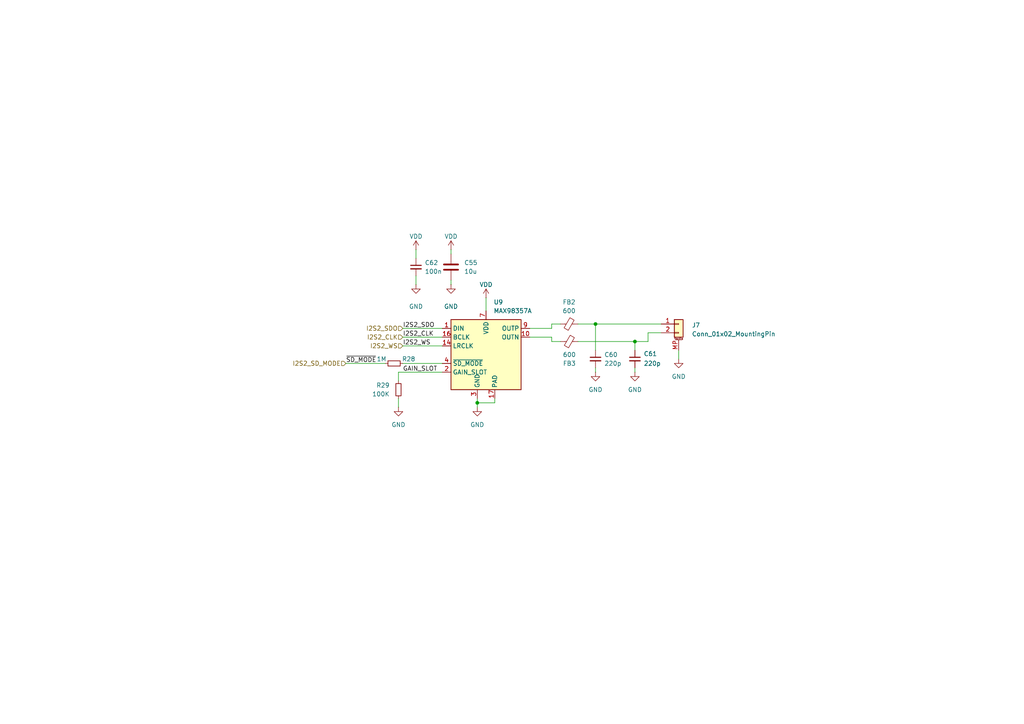
<source format=kicad_sch>
(kicad_sch (version 20231120) (generator "eeschema") (generator_version "8.0")
  (paper "A4")
  (lib_symbols
    (symbol "Audio:MAX98357A"
      (property "Reference" "U" (at -8.89 11.43 0))
      (property "Value" "MAX98357A" (at 10.16 11.43 0))
      (symbol "MAX98357A_1_1"
        (rectangle (start -10.16 10.16) (end 10.16 -10.16) (stroke (width 0.254)) (fill (type background)))
        (pin input line (at -12.7 7.62 0) (length 2.54) (name "DIN") (number "1"))
        (pin output line (at 12.7 5.08 180) (length 2.54) (name "OUTN") (number "10"))
        (pin passive line (at -2.54 -12.7 90) (length 2.54) hide (name "GND") (number "11"))
        (pin no_connect line (at 10.16 -5.08 180) (length 2.54) hide (name "NC") (number "12"))
        (pin no_connect line (at 10.16 -7.62 180) (length 2.54) hide (name "NC") (number "13"))
        (pin input line (at -12.7 2.54 0) (length 2.54) (name "LRCLK") (number "14"))
        (pin passive line (at -2.54 -12.7 90) (length 2.54) hide (name "GND") (number "15"))
        (pin input line (at -12.7 5.08 0) (length 2.54) (name "BCLK") (number "16"))
        (pin unspecified line (at 2.54 -12.7 90) (length 2.54) (name "PAD") (number "17"))
        (pin passive line (at -12.7 -5.08 0) (length 2.54) (name "GAIN_SLOT") (number "2"))
        (pin power_in line (at -2.54 -12.7 90) (length 2.54) (name "GND") (number "3"))
        (pin input line (at -12.7 -2.54 0) (length 2.54) (name "~{SD_MODE}") (number "4"))
        (pin no_connect line (at 10.16 2.54 180) (length 2.54) hide (name "NC") (number "5"))
        (pin no_connect line (at 10.16 0 180) (length 2.54) hide (name "NC") (number "6"))
        (pin power_in line (at 0 12.7 270) (length 2.54) (name "VDD") (number "7"))
        (pin passive line (at 0 12.7 270) (length 2.54) hide (name "VDD") (number "8"))
        (pin output line (at 12.7 7.62 180) (length 2.54) (name "OUTP") (number "9"))
      )
    )
    (symbol "Connector_Generic_MountingPin:Conn_01x02_MountingPin" (pin_names (offset 1.016) hide)
      (property "Reference" "J" (at 0 2.54 0))
      (property "Value" "Conn_01x02_MountingPin" (at 1.27 -5.08 0))
      (symbol "Conn_01x02_MountingPin_1_1"
        (rectangle (start -1.27 -2.413) (end 0 -2.667) (stroke (width 0.1524)))
        (rectangle (start -1.27 0.127) (end 0 -0.127) (stroke (width 0.1524)))
        (rectangle (start -1.27 1.27) (end 1.27 -3.81) (stroke (width 0.254)) (fill (type background)))
        (polyline (pts (xy -1.016 -4.572) (xy 1.016 -4.572)) (stroke (width 0.1524)))
        (text "Mounting" (at 0 -4.191 0) (effects (font (size 0.381 0.381))))
        (pin passive line (at -5.08 0 0) (length 3.81) (name "Pin_1") (number "1"))
        (pin passive line (at -5.08 -2.54 0) (length 3.81) (name "Pin_2") (number "2"))
        (pin passive line (at 0 -7.62 90) (length 3.048) (name "MountPin") (number "MP"))
      )
    )
    (symbol "Device:C" (pin_numbers hide) (pin_names (offset 0.254))
      (property "Reference" "C" (at 0.635 2.54 0))
      (property "Value" "C" (at 0.635 -2.54 0))
      (symbol "C_0_1"
        (polyline (pts (xy -2.032 -0.762) (xy 2.032 -0.762)) (stroke (width 0.508)))
        (polyline (pts (xy -2.032 0.762) (xy 2.032 0.762)) (stroke (width 0.508)))
      )
      (symbol "C_1_1"
        (pin passive line (at 0 3.81 270) (length 2.794) (name "~") (number "1"))
        (pin passive line (at 0 -3.81 90) (length 2.794) (name "~") (number "2"))
      )
    )
    (symbol "Device:C_Small" (pin_numbers hide) (pin_names (offset 0.254) hide)
      (property "Reference" "C" (at 0.254 1.778 0))
      (property "Value" "C_Small" (at 0.254 -2.032 0))
      (symbol "C_Small_0_1"
        (polyline (pts (xy -1.524 -0.508) (xy 1.524 -0.508)) (stroke (width 0.3302)))
        (polyline (pts (xy -1.524 0.508) (xy 1.524 0.508)) (stroke (width 0.3048)))
      )
      (symbol "C_Small_1_1"
        (pin passive line (at 0 2.54 270) (length 2.032) (name "~") (number "1"))
        (pin passive line (at 0 -2.54 90) (length 2.032) (name "~") (number "2"))
      )
    )
    (symbol "Device:FerriteBead_Small" (pin_numbers hide) (pin_names (offset 0))
      (property "Reference" "FB" (at 1.905 1.27 0))
      (property "Value" "FerriteBead_Small" (at 1.905 -1.27 0))
      (symbol "FerriteBead_Small_0_1"
        (polyline (pts (xy 0 -1.27) (xy 0 -0.7874)))
        (polyline (pts (xy 0 0.889) (xy 0 1.2954)))
        (polyline (pts (xy -1.8288 0.2794) (xy -1.1176 1.4986) (xy 1.8288 -0.2032) (xy 1.1176 -1.4224) (xy -1.8288 0.2794)))
      )
      (symbol "FerriteBead_Small_1_1"
        (pin passive line (at 0 2.54 270) (length 1.27) (name "~") (number "1"))
        (pin passive line (at 0 -2.54 90) (length 1.27) (name "~") (number "2"))
      )
    )
    (symbol "Device:R_Small" (pin_numbers hide) (pin_names (offset 0.254) hide)
      (property "Reference" "R" (at 0.762 0.508 0))
      (property "Value" "R_Small" (at 0.762 -1.016 0))
      (symbol "R_Small_0_1"
        (rectangle (start -0.762 1.778) (end 0.762 -1.778) (stroke (width 0.2032)))
      )
      (symbol "R_Small_1_1"
        (pin passive line (at 0 2.54 270) (length 0.762) (name "~") (number "1"))
        (pin passive line (at 0 -2.54 90) (length 0.762) (name "~") (number "2"))
      )
    )
    (symbol "power:GND" (power) (pin_numbers hide) (pin_names (offset 0) hide)
      (property "Value" "GND" (at 0 -3.81 0))
      (symbol "GND_0_1"
        (polyline (pts (xy 0 0) (xy 0 -1.27) (xy 1.27 -1.27) (xy 0 -2.54) (xy -1.27 -1.27) (xy 0 -1.27)))
      )
      (symbol "GND_1_1"
        (pin power_in line (at 0 0 270) (length 0) (name "~") (number "1"))
      )
    )
    (symbol "power:VDD" (power) (pin_numbers hide) (pin_names (offset 0) hide)
      (property "Value" "VDD" (at 0 3.556 0))
      (symbol "VDD_0_1"
        (polyline (pts (xy -0.762 1.27) (xy 0 2.54)))
        (polyline (pts (xy 0 0) (xy 0 2.54)))
        (polyline (pts (xy 0 2.54) (xy 0.762 1.27)))
      )
      (symbol "VDD_1_1"
        (pin power_in line (at 0 0 90) (length 0) (name "~") (number "1"))
      )
    )
  )
  (junction (at 172.72 93.98))
  (junction (at 184.15 99.06))
  (junction (at 138.43 116.84))
  (wire (pts (xy 172.72 107.95) (xy 172.72 106.68)))
  (wire (pts (xy 115.57 110.49) (xy 115.57 107.95)))
  (wire (pts (xy 143.51 116.84) (xy 138.43 116.84)))
  (wire (pts (xy 191.77 93.98) (xy 172.72 93.98)))
  (wire (pts (xy 160.02 95.25) (xy 153.67 95.25)))
  (wire (pts (xy 184.15 99.06) (xy 184.15 101.6)))
  (wire (pts (xy 184.15 99.06) (xy 187.96 99.06)))
  (wire (pts (xy 115.57 118.11) (xy 115.57 115.57)))
  (wire (pts (xy 184.15 107.95) (xy 184.15 106.68)))
  (wire (pts (xy 140.97 86.36) (xy 140.97 90.17)))
  (wire (pts (xy 116.84 97.79) (xy 128.27 97.79)))
  (wire (pts (xy 160.02 97.79) (xy 160.02 99.06)))
  (wire (pts (xy 120.65 82.55) (xy 120.65 80.01)))
  (wire (pts (xy 160.02 97.79) (xy 153.67 97.79)))
  (wire (pts (xy 187.96 96.52) (xy 191.77 96.52)))
  (wire (pts (xy 115.57 107.95) (xy 128.27 107.95)))
  (wire (pts (xy 120.65 72.39) (xy 120.65 74.93)))
  (wire (pts (xy 172.72 93.98) (xy 167.64 93.98)))
  (wire (pts (xy 116.84 95.25) (xy 128.27 95.25)))
  (wire (pts (xy 130.81 82.55) (xy 130.81 81.28)))
  (wire (pts (xy 167.64 99.06) (xy 184.15 99.06)))
  (wire (pts (xy 160.02 99.06) (xy 162.56 99.06)))
  (wire (pts (xy 187.96 99.06) (xy 187.96 96.52)))
  (wire (pts (xy 160.02 93.98) (xy 160.02 95.25)))
  (wire (pts (xy 138.43 118.11) (xy 138.43 116.84)))
  (wire (pts (xy 116.84 105.41) (xy 128.27 105.41)))
  (wire (pts (xy 172.72 93.98) (xy 172.72 101.6)))
  (wire (pts (xy 100.33 105.41) (xy 111.76 105.41)))
  (wire (pts (xy 196.85 104.14) (xy 196.85 101.6)))
  (wire (pts (xy 116.84 100.33) (xy 128.27 100.33)))
  (wire (pts (xy 138.43 116.84) (xy 138.43 115.57)))
  (wire (pts (xy 160.02 93.98) (xy 162.56 93.98)))
  (wire (pts (xy 143.51 115.57) (xy 143.51 116.84)))
  (wire (pts (xy 130.81 72.39) (xy 130.81 73.66)))
  (label "I2S2_WS" (at 116.84 100.33 0))
  (label "I2S2_CLK" (at 116.84 97.79 0))
  (label "GAIN_SLOT" (at 116.84 107.95 0))
  (label "I2S2_SDO" (at 116.84 95.25 0))
  (label "~{SD_MODE}" (at 100.33 105.41 0))
  (hierarchical_label "I2S2_SD_MODE" (shape input) (at 100.33 105.41 180))
  (hierarchical_label "I2S2_WS" (shape input) (at 116.84 100.33 180))
  (hierarchical_label "I2S2_CLK" (shape input) (at 116.84 97.79 180))
  (hierarchical_label "I2S2_SDO" (shape input) (at 116.84 95.25 180))
  (symbol (lib_id "power:GND") (at 196.85 104.14 0) (mirror y) (unit 1)
    (property "Reference" "#PWR0117" (effects (hide yes)))
    (property "Value" "GND" (at 196.85 109.22 0))
    (property "Description" "Power symbol creates a global label with name \"GND\" , ground" (effects (hide yes)))
  )
  (symbol (lib_id "Device:C_Small") (at 172.72 104.14 0) (unit 1)
    (property "Reference" "C60" (at 175.26 102.8762 0) (effects (justify left)))
    (property "Value" "220p" (at 175.26 105.4162 0) (effects (justify left)))
    (property "Footprint" "Capacitor_SMD:C_0805_2012Metric" (effects (hide yes)))
    (property "Description" "Unpolarized capacitor, small symbol" (effects (hide yes)))
    (property "JLCPCB Part #" "C107145" (effects (hide yes)))
  )
  (symbol (lib_id "Audio:MAX98357A") (at 140.97 102.87 0) (unit 1)
    (property "Reference" "U9" (at 143.1641 87.63 0) (effects (justify left)))
    (property "Value" "MAX98357A" (at 143.1641 90.17 0) (effects (justify left)))
    (property "Footprint" "Package_DFN_QFN:TQFN-16-1EP_3x3mm_P0.5mm_EP1.23x1.23mm" (effects (hide yes)))
    (property "Datasheet" "https://www.analog.com/media/en/technical-documentation/data-sheets/MAX98357A-MAX98357B.pdf" (effects (hide yes)))
    (property "Description" "Mono DAC with amplifier, I2S, PCM, TDM, 32-bit, 96khz, 3.2W, TQFP-16" (effects (hide yes)))
    (property "JLCPCB Part #" "C910544" (effects (hide yes)))
  )
  (symbol (lib_id "Connector_Generic_MountingPin:Conn_01x02_MountingPin") (at 196.85 93.98 0) (unit 1)
    (property "Reference" "J7" (at 200.66 94.3355 0) (effects (justify left)))
    (property "Value" "Conn_01x02_MountingPin" (at 200.66 96.8755 0) (effects (justify left)))
    (property "Footprint" "Connector_Hirose:Hirose_DF13C_CL535-0402-2-51_1x02-1MP_P1.25mm_Vertical" (effects (hide yes)))
    (property "Description" "Generic connectable mounting pin connector, single row, 01x02, script generated (kicad-library-utils/schlib/autogen/connector/)" (effects (hide yes)))
    (property "JLCPCB Part #" "C7419891" (effects (hide yes)))
  )
  (symbol (lib_id "power:GND") (at 138.43 118.11 0) (mirror y) (unit 1)
    (property "Reference" "#PWR0115" (effects (hide yes)))
    (property "Value" "GND" (at 138.43 123.19 0))
    (property "Description" "Power symbol creates a global label with name \"GND\" , ground" (effects (hide yes)))
  )
  (symbol (lib_id "Device:R_Small") (at 114.3 105.41 270) (mirror x) (unit 1)
    (property "Reference" "R28" (at 116.586 104.14 90) (effects (justify left)))
    (property "Value" "1M" (at 109.22 104.14 90) (effects (justify left)))
    (property "Footprint" "Resistor_SMD:R_0402_1005Metric" (effects (hide yes)))
    (property "Description" "Resistor, small symbol" (effects (hide yes)))
    (property "JLCPCB Part #" "C26083" (effects (hide yes)))
  )
  (symbol (lib_id "power:VDD") (at 120.65 72.39 0) (unit 1)
    (property "Reference" "#PWR0155" (effects (hide yes)))
    (property "Value" "VDD" (at 120.65 68.58 0))
    (property "Description" "Power symbol creates a global label with name \"VDD\"" (effects (hide yes)))
  )
  (symbol (lib_id "Device:FerriteBead_Small") (at 165.1 99.06 270) (unit 1)
    (property "Reference" "FB3" (at 165.1381 105.41 90))
    (property "Value" "600" (at 165.1381 102.87 90))
    (property "Footprint" "Inductor_SMD:L_0805_2012Metric" (effects (hide yes)))
    (property "Description" "Ferrite bead, small symbol" (effects (hide yes)))
    (property "JLCPCB Part #" "C1017" (effects (hide yes)))
  )
  (symbol (lib_id "Device:C_Small") (at 184.15 104.14 0) (unit 1)
    (property "Reference" "C61" (at 186.69 102.616 0) (effects (justify left)))
    (property "Value" "220p" (at 186.69 105.4162 0) (effects (justify left)))
    (property "Footprint" "Capacitor_SMD:C_0805_2012Metric" (effects (hide yes)))
    (property "Description" "Unpolarized capacitor, small symbol" (effects (hide yes)))
    (property "JLCPCB Part #" "C107145" (effects (hide yes)))
  )
  (symbol (lib_id "power:GND") (at 172.72 107.95 0) (mirror y) (unit 1)
    (property "Reference" "#PWR0153" (effects (hide yes)))
    (property "Value" "GND" (at 172.72 113.03 0))
    (property "Description" "Power symbol creates a global label with name \"GND\" , ground" (effects (hide yes)))
  )
  (symbol (lib_id "power:GND") (at 130.81 82.55 0) (unit 1)
    (property "Reference" "#PWR0114" (effects (hide yes)))
    (property "Value" "GND" (at 130.81 88.9 0))
    (property "Description" "Power symbol creates a global label with name \"GND\" , ground" (effects (hide yes)))
  )
  (symbol (lib_id "Device:R_Small") (at 115.57 113.03 0) (mirror y) (unit 1)
    (property "Reference" "R29" (at 113.03 111.7599 0) (effects (justify left)))
    (property "Value" "100K" (at 113.03 114.2999 0) (effects (justify left)))
    (property "Footprint" "Resistor_SMD:R_0402_1005Metric" (effects (hide yes)))
    (property "Description" "Resistor, small symbol" (effects (hide yes)))
    (property "JLCPCB Part #" "C25741" (effects (hide yes)))
  )
  (symbol (lib_id "power:GND") (at 120.65 82.55 0) (unit 1)
    (property "Reference" "#PWR0154" (effects (hide yes)))
    (property "Value" "GND" (at 120.65 88.9 0))
    (property "Description" "Power symbol creates a global label with name \"GND\" , ground" (effects (hide yes)))
  )
  (symbol (lib_id "power:GND") (at 115.57 118.11 0) (mirror y) (unit 1)
    (property "Reference" "#PWR0112" (effects (hide yes)))
    (property "Value" "GND" (at 115.57 123.19 0))
    (property "Description" "Power symbol creates a global label with name \"GND\" , ground" (effects (hide yes)))
  )
  (symbol (lib_id "Device:C") (at 130.81 77.47 0) (unit 1)
    (property "Reference" "C55" (at 134.62 76.1999 0) (effects (justify left)))
    (property "Value" "10u" (at 134.62 78.7399 0) (effects (justify left)))
    (property "Footprint" "Capacitor_SMD:C_0805_2012Metric" (effects (hide yes)))
    (property "Description" "Unpolarized capacitor" (effects (hide yes)))
    (property "JLCPCB Part #" "C15850" (effects (hide yes)))
  )
  (symbol (lib_id "power:VDD") (at 130.81 72.39 0) (unit 1)
    (property "Reference" "#PWR0113" (effects (hide yes)))
    (property "Value" "VDD" (at 130.81 68.58 0))
    (property "Description" "Power symbol creates a global label with name \"VDD\"" (effects (hide yes)))
  )
  (symbol (lib_id "power:VDD") (at 140.97 86.36 0) (unit 1)
    (property "Reference" "#PWR0116" (effects (hide yes)))
    (property "Value" "VDD" (at 140.97 82.55 0))
    (property "Description" "Power symbol creates a global label with name \"VDD\"" (effects (hide yes)))
  )
  (symbol (lib_id "Device:C_Small") (at 120.65 77.47 0) (unit 1)
    (property "Reference" "C62" (at 123.19 76.2063 0) (effects (justify left)))
    (property "Value" "100n" (at 123.19 78.7463 0) (effects (justify left)))
    (property "Footprint" "Capacitor_SMD:C_0402_1005Metric" (effects (hide yes)))
    (property "JLCPCB Part #" "C307331" (effects (hide yes)))
  )
  (symbol (lib_id "power:GND") (at 184.15 107.95 0) (mirror y) (unit 1)
    (property "Reference" "#PWR0124" (effects (hide yes)))
    (property "Value" "GND" (at 184.15 113.03 0))
    (property "Description" "Power symbol creates a global label with name \"GND\" , ground" (effects (hide yes)))
  )
  (symbol (lib_id "Device:FerriteBead_Small") (at 165.1 93.98 90) (unit 1)
    (property "Reference" "FB2" (at 165.0619 87.63 90))
    (property "Value" "600" (at 165.0619 90.17 90))
    (property "Footprint" "Inductor_SMD:L_0805_2012Metric" (effects (hide yes)))
    (property "Description" "Ferrite bead, small symbol" (effects (hide yes)))
    (property "JLCPCB Part #" "C1017" (effects (hide yes)))
  )
)
</source>
